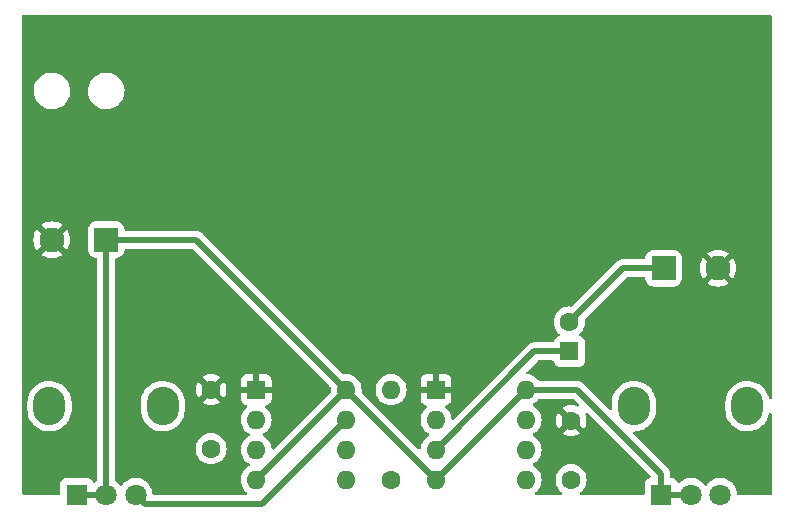
<source format=gbr>
%TF.GenerationSoftware,KiCad,Pcbnew,7.0.10+1*%
%TF.CreationDate,2024-02-10T16:40:48+08:00*%
%TF.ProjectId,ohmify-synthcard,6f686d69-6679-42d7-9379-6e7468636172,v1.1*%
%TF.SameCoordinates,Original*%
%TF.FileFunction,Copper,L1,Top*%
%TF.FilePolarity,Positive*%
%FSLAX46Y46*%
G04 Gerber Fmt 4.6, Leading zero omitted, Abs format (unit mm)*
G04 Created by KiCad (PCBNEW 7.0.10+1) date 2024-02-10 16:40:48*
%MOMM*%
%LPD*%
G01*
G04 APERTURE LIST*
G04 Aperture macros list*
%AMRoundRect*
0 Rectangle with rounded corners*
0 $1 Rounding radius*
0 $2 $3 $4 $5 $6 $7 $8 $9 X,Y pos of 4 corners*
0 Add a 4 corners polygon primitive as box body*
4,1,4,$2,$3,$4,$5,$6,$7,$8,$9,$2,$3,0*
0 Add four circle primitives for the rounded corners*
1,1,$1+$1,$2,$3*
1,1,$1+$1,$4,$5*
1,1,$1+$1,$6,$7*
1,1,$1+$1,$8,$9*
0 Add four rect primitives between the rounded corners*
20,1,$1+$1,$2,$3,$4,$5,0*
20,1,$1+$1,$4,$5,$6,$7,0*
20,1,$1+$1,$6,$7,$8,$9,0*
20,1,$1+$1,$8,$9,$2,$3,0*%
G04 Aperture macros list end*
%TA.AperFunction,ComponentPad*%
%ADD10C,1.600000*%
%TD*%
%TA.AperFunction,ComponentPad*%
%ADD11O,1.600000X1.600000*%
%TD*%
%TA.AperFunction,ComponentPad*%
%ADD12R,1.600000X1.600000*%
%TD*%
%TA.AperFunction,ComponentPad*%
%ADD13O,2.720000X3.240000*%
%TD*%
%TA.AperFunction,ComponentPad*%
%ADD14R,1.800000X1.800000*%
%TD*%
%TA.AperFunction,ComponentPad*%
%ADD15C,1.800000*%
%TD*%
%TA.AperFunction,ComponentPad*%
%ADD16RoundRect,0.250001X-0.799999X-0.799999X0.799999X-0.799999X0.799999X0.799999X-0.799999X0.799999X0*%
%TD*%
%TA.AperFunction,ComponentPad*%
%ADD17C,2.100000*%
%TD*%
%TA.AperFunction,ComponentPad*%
%ADD18RoundRect,0.250001X0.799999X0.799999X-0.799999X0.799999X-0.799999X-0.799999X0.799999X-0.799999X0*%
%TD*%
%TA.AperFunction,Conductor*%
%ADD19C,0.500000*%
%TD*%
G04 APERTURE END LIST*
D10*
%TO.P,R1,1*%
%TO.N,Net-(U1-THR)*%
X135400000Y-120650000D03*
D11*
%TO.P,R1,2*%
%TO.N,Net-(U1-DIS)*%
X135400000Y-113030000D03*
%TD*%
D10*
%TO.P,C2,1*%
%TO.N,Net-(U2-DIS)*%
X150640000Y-120650000D03*
%TO.P,C2,2*%
%TO.N,GND*%
X150640000Y-115650000D03*
%TD*%
D12*
%TO.P,C3,1*%
%TO.N,Net-(U2-Q)*%
X150495000Y-109790113D03*
D10*
%TO.P,C3,2*%
%TO.N,Net-(C3-Pad2)*%
X150495000Y-107290113D03*
%TD*%
%TO.P,C1,1*%
%TO.N,Net-(U1-THR)*%
X120160000Y-118030000D03*
%TO.P,C1,2*%
%TO.N,GND*%
X120160000Y-113030000D03*
%TD*%
D13*
%TO.P,RV1,*%
%TO.N,*%
X106480000Y-114420000D03*
X116080000Y-114420000D03*
D14*
%TO.P,RV1,1,1*%
%TO.N,+9V*%
X108780000Y-121920000D03*
D15*
%TO.P,RV1,2,2*%
X111280000Y-121920000D03*
%TO.P,RV1,3,3*%
%TO.N,Net-(U1-DIS)*%
X113780000Y-121920000D03*
%TD*%
D12*
%TO.P,U1,1,GND*%
%TO.N,GND*%
X123980000Y-113030000D03*
D11*
%TO.P,U1,2,TR*%
%TO.N,Net-(U1-THR)*%
X123980000Y-115570000D03*
%TO.P,U1,3,Q*%
%TO.N,Net-(U1-Q)*%
X123980000Y-118110000D03*
%TO.P,U1,4,R*%
%TO.N,+9V*%
X123980000Y-120650000D03*
%TO.P,U1,5,CV*%
%TO.N,unconnected-(U1-CV-Pad5)*%
X131600000Y-120650000D03*
%TO.P,U1,6,THR*%
%TO.N,Net-(U1-THR)*%
X131600000Y-118110000D03*
%TO.P,U1,7,DIS*%
%TO.N,Net-(U1-DIS)*%
X131600000Y-115570000D03*
%TO.P,U1,8,VCC*%
%TO.N,+9V*%
X131600000Y-113030000D03*
%TD*%
D16*
%TO.P,LS1,1,1*%
%TO.N,Net-(C3-Pad2)*%
X158482000Y-102743000D03*
D17*
%TO.P,LS1,2,2*%
%TO.N,GND*%
X163082000Y-102743000D03*
%TD*%
D18*
%TO.P,BT1,1,+*%
%TO.N,+9V*%
X111280000Y-100330000D03*
D17*
%TO.P,BT1,2,-*%
%TO.N,GND*%
X106680000Y-100330000D03*
%TD*%
D12*
%TO.P,U2,1,GND*%
%TO.N,GND*%
X139210000Y-113030000D03*
D11*
%TO.P,U2,2,TR*%
%TO.N,Net-(U1-Q)*%
X139210000Y-115570000D03*
%TO.P,U2,3,Q*%
%TO.N,Net-(U2-Q)*%
X139210000Y-118110000D03*
%TO.P,U2,4,R*%
%TO.N,+9V*%
X139210000Y-120650000D03*
%TO.P,U2,5,CV*%
%TO.N,unconnected-(U2-CV-Pad5)*%
X146830000Y-120650000D03*
%TO.P,U2,6,THR*%
%TO.N,Net-(U2-DIS)*%
X146830000Y-118110000D03*
%TO.P,U2,7,DIS*%
X146830000Y-115570000D03*
%TO.P,U2,8,VCC*%
%TO.N,+9V*%
X146830000Y-113030000D03*
%TD*%
D13*
%TO.P,RV2,*%
%TO.N,*%
X155970000Y-114420000D03*
X165570000Y-114420000D03*
D14*
%TO.P,RV2,1,1*%
%TO.N,+9V*%
X158270000Y-121920000D03*
D15*
%TO.P,RV2,2,2*%
X160770000Y-121920000D03*
%TO.P,RV2,3,3*%
%TO.N,Net-(U2-DIS)*%
X163270000Y-121920000D03*
%TD*%
D19*
%TO.N,+9V*%
X139210000Y-120640000D02*
X139210000Y-120650000D01*
X111280000Y-121920000D02*
X108780000Y-121920000D01*
X146830000Y-113030000D02*
X139210000Y-120650000D01*
X131600000Y-113030000D02*
X139210000Y-120640000D01*
X131600000Y-113030000D02*
X123980000Y-120650000D01*
X118900000Y-100330000D02*
X111280000Y-100330000D01*
X158270000Y-121920000D02*
X160770000Y-121920000D01*
X111280000Y-100330000D02*
X111280000Y-121920000D01*
X131600000Y-113030000D02*
X118900000Y-100330000D01*
X151130000Y-113030000D02*
X158270000Y-120170000D01*
X158270000Y-120170000D02*
X158270000Y-121920000D01*
X146830000Y-113030000D02*
X151130000Y-113030000D01*
%TO.N,Net-(U2-Q)*%
X147529887Y-109790113D02*
X139210000Y-118110000D01*
X150495000Y-109790113D02*
X147529887Y-109790113D01*
%TO.N,Net-(C3-Pad2)*%
X158482000Y-102743000D02*
X155042113Y-102743000D01*
X155042113Y-102743000D02*
X150495000Y-107290113D01*
%TO.N,Net-(U1-DIS)*%
X131600000Y-115570000D02*
X124488000Y-122682000D01*
X124488000Y-122682000D02*
X114542000Y-122682000D01*
X114542000Y-122682000D02*
X113780000Y-121920000D01*
%TD*%
%TA.AperFunction,Conductor*%
%TO.N,GND*%
G36*
X167583039Y-81299685D02*
G01*
X167628794Y-81352489D01*
X167640000Y-81404000D01*
X167640000Y-113732016D01*
X167620315Y-113799055D01*
X167567511Y-113844810D01*
X167498353Y-113854754D01*
X167434797Y-113825729D01*
X167397023Y-113766951D01*
X167394967Y-113758977D01*
X167364065Y-113620253D01*
X167364063Y-113620249D01*
X167364063Y-113620247D01*
X167266355Y-113364781D01*
X167132493Y-113126264D01*
X167072125Y-113048085D01*
X166965330Y-112909781D01*
X166965321Y-112909771D01*
X166768429Y-112719944D01*
X166768427Y-112719942D01*
X166707633Y-112676447D01*
X166545981Y-112560795D01*
X166503829Y-112539123D01*
X166302749Y-112435739D01*
X166302727Y-112435730D01*
X166043883Y-112347424D01*
X166043870Y-112347421D01*
X166038364Y-112346404D01*
X165774903Y-112297740D01*
X165501577Y-112287751D01*
X165229703Y-112317666D01*
X164965084Y-112386846D01*
X164713364Y-112493814D01*
X164479892Y-112636300D01*
X164479882Y-112636307D01*
X164269654Y-112811260D01*
X164269648Y-112811266D01*
X164087133Y-113014966D01*
X163936217Y-113243077D01*
X163820121Y-113490732D01*
X163820119Y-113490739D01*
X163741326Y-113752633D01*
X163741323Y-113752647D01*
X163723419Y-113874304D01*
X163701500Y-114023243D01*
X163701500Y-114023247D01*
X163701500Y-114748306D01*
X163716467Y-114952782D01*
X163716469Y-114952795D01*
X163775934Y-115219746D01*
X163775937Y-115219753D01*
X163873645Y-115475219D01*
X163996126Y-115693458D01*
X164007506Y-115713734D01*
X164007509Y-115713739D01*
X164174669Y-115930218D01*
X164174678Y-115930228D01*
X164283521Y-116035165D01*
X164371574Y-116120059D01*
X164594019Y-116279205D01*
X164668617Y-116317558D01*
X164837250Y-116404260D01*
X164837261Y-116404264D01*
X164837266Y-116404267D01*
X164837272Y-116404269D01*
X165096116Y-116492575D01*
X165096122Y-116492576D01*
X165096130Y-116492579D01*
X165365093Y-116542259D01*
X165529091Y-116548252D01*
X165638422Y-116552248D01*
X165638422Y-116552247D01*
X165638424Y-116552248D01*
X165910296Y-116522334D01*
X166174916Y-116453153D01*
X166289971Y-116404260D01*
X166426635Y-116346185D01*
X166426638Y-116346183D01*
X166426643Y-116346181D01*
X166660112Y-116203697D01*
X166870347Y-116028738D01*
X167052867Y-115825033D01*
X167203783Y-115596923D01*
X167319877Y-115349271D01*
X167327974Y-115322359D01*
X167397258Y-115092070D01*
X167435421Y-115033544D01*
X167499169Y-115004942D01*
X167568259Y-115015344D01*
X167620758Y-115061449D01*
X167640000Y-115127794D01*
X167640000Y-121796000D01*
X167620315Y-121863039D01*
X167567511Y-121908794D01*
X167516000Y-121920000D01*
X164797477Y-121920000D01*
X164730438Y-121900315D01*
X164684683Y-121847511D01*
X164673901Y-121806240D01*
X164666323Y-121714797D01*
X164664051Y-121687374D01*
X164606749Y-121461093D01*
X164512984Y-121247331D01*
X164432706Y-121124456D01*
X164385313Y-121051915D01*
X164227223Y-120880185D01*
X164227222Y-120880184D01*
X164227220Y-120880182D01*
X164043017Y-120736810D01*
X164043015Y-120736809D01*
X164043014Y-120736808D01*
X164043011Y-120736806D01*
X163837733Y-120625716D01*
X163837730Y-120625715D01*
X163837727Y-120625713D01*
X163837721Y-120625711D01*
X163837719Y-120625710D01*
X163616954Y-120549920D01*
X163415051Y-120516229D01*
X163386712Y-120511500D01*
X163153288Y-120511500D01*
X163124949Y-120516229D01*
X162923045Y-120549920D01*
X162702280Y-120625710D01*
X162702266Y-120625716D01*
X162496988Y-120736806D01*
X162496985Y-120736808D01*
X162312781Y-120880181D01*
X162312776Y-120880185D01*
X162154688Y-121051913D01*
X162123809Y-121099178D01*
X162070662Y-121144534D01*
X162001431Y-121153958D01*
X161938095Y-121124456D01*
X161916191Y-121099178D01*
X161885311Y-121051913D01*
X161727223Y-120880185D01*
X161727222Y-120880184D01*
X161727220Y-120880182D01*
X161543017Y-120736810D01*
X161543015Y-120736809D01*
X161543014Y-120736808D01*
X161543011Y-120736806D01*
X161337733Y-120625716D01*
X161337730Y-120625715D01*
X161337727Y-120625713D01*
X161337721Y-120625711D01*
X161337719Y-120625710D01*
X161116954Y-120549920D01*
X160915051Y-120516229D01*
X160886712Y-120511500D01*
X160653288Y-120511500D01*
X160624949Y-120516229D01*
X160423045Y-120549920D01*
X160202280Y-120625710D01*
X160202266Y-120625716D01*
X159996988Y-120736806D01*
X159996986Y-120736807D01*
X159828123Y-120868239D01*
X159763129Y-120893881D01*
X159694589Y-120880314D01*
X159644264Y-120831846D01*
X159635780Y-120813719D01*
X159620889Y-120773796D01*
X159612616Y-120762745D01*
X159533261Y-120656739D01*
X159416204Y-120569111D01*
X159279203Y-120518011D01*
X159218654Y-120511500D01*
X159218638Y-120511500D01*
X159152500Y-120511500D01*
X159085461Y-120491815D01*
X159039706Y-120439011D01*
X159028500Y-120387500D01*
X159028500Y-120234294D01*
X159029809Y-120216324D01*
X159030229Y-120213449D01*
X159033341Y-120192211D01*
X159028971Y-120142272D01*
X159028500Y-120131466D01*
X159028500Y-120125824D01*
X159028499Y-120125815D01*
X159024862Y-120094700D01*
X159024495Y-120091108D01*
X159017887Y-120015576D01*
X159016427Y-120008503D01*
X159016473Y-120008493D01*
X159014790Y-120000902D01*
X159014744Y-120000914D01*
X159013079Y-119993893D01*
X159013079Y-119993887D01*
X158987120Y-119922566D01*
X158985981Y-119919290D01*
X158962114Y-119847262D01*
X158962111Y-119847257D01*
X158959061Y-119840715D01*
X158959105Y-119840694D01*
X158955717Y-119833695D01*
X158955674Y-119833717D01*
X158952437Y-119827271D01*
X158938246Y-119805695D01*
X158910717Y-119763840D01*
X158908834Y-119760883D01*
X158869030Y-119696349D01*
X158864553Y-119690687D01*
X158864590Y-119690656D01*
X158859681Y-119684629D01*
X158859645Y-119684660D01*
X158855002Y-119679127D01*
X158799825Y-119627070D01*
X158797238Y-119624557D01*
X155936160Y-116763479D01*
X155902675Y-116702156D01*
X155907659Y-116632464D01*
X155949531Y-116576531D01*
X156014995Y-116552114D01*
X156028370Y-116551881D01*
X156038422Y-116552248D01*
X156038422Y-116552247D01*
X156038424Y-116552248D01*
X156310296Y-116522334D01*
X156574916Y-116453153D01*
X156689971Y-116404260D01*
X156826635Y-116346185D01*
X156826638Y-116346183D01*
X156826643Y-116346181D01*
X157060112Y-116203697D01*
X157270347Y-116028738D01*
X157452867Y-115825033D01*
X157603783Y-115596923D01*
X157719877Y-115349271D01*
X157788629Y-115120750D01*
X157798673Y-115087366D01*
X157798673Y-115087362D01*
X157798676Y-115087355D01*
X157838500Y-114816757D01*
X157838500Y-114091712D01*
X157823533Y-113887217D01*
X157796743Y-113766951D01*
X157764065Y-113620253D01*
X157764063Y-113620249D01*
X157764063Y-113620247D01*
X157666355Y-113364781D01*
X157532493Y-113126264D01*
X157472125Y-113048085D01*
X157365330Y-112909781D01*
X157365321Y-112909771D01*
X157168429Y-112719944D01*
X157168427Y-112719942D01*
X157107633Y-112676447D01*
X156945981Y-112560795D01*
X156903829Y-112539123D01*
X156702749Y-112435739D01*
X156702727Y-112435730D01*
X156443883Y-112347424D01*
X156443870Y-112347421D01*
X156438364Y-112346404D01*
X156174903Y-112297740D01*
X155901577Y-112287751D01*
X155629703Y-112317666D01*
X155365084Y-112386846D01*
X155113364Y-112493814D01*
X154879892Y-112636300D01*
X154879882Y-112636307D01*
X154669654Y-112811260D01*
X154669648Y-112811266D01*
X154487133Y-113014966D01*
X154336217Y-113243077D01*
X154220121Y-113490732D01*
X154220119Y-113490739D01*
X154141326Y-113752633D01*
X154141323Y-113752647D01*
X154123419Y-113874304D01*
X154101500Y-114023243D01*
X154101500Y-114023247D01*
X154101500Y-114629457D01*
X154081815Y-114696496D01*
X154029011Y-114742251D01*
X153959853Y-114752195D01*
X153896297Y-114723170D01*
X153889819Y-114717138D01*
X151711804Y-112539123D01*
X151700022Y-112525490D01*
X151685472Y-112505946D01*
X151685471Y-112505945D01*
X151685469Y-112505942D01*
X151684380Y-112505028D01*
X151647059Y-112473711D01*
X151639085Y-112466404D01*
X151635102Y-112462421D01*
X151635096Y-112462416D01*
X151610512Y-112442976D01*
X151607719Y-112440701D01*
X151549642Y-112391970D01*
X151549640Y-112391968D01*
X151549635Y-112391965D01*
X151543605Y-112387999D01*
X151543630Y-112387959D01*
X151537069Y-112383779D01*
X151537045Y-112383820D01*
X151530907Y-112380034D01*
X151530906Y-112380033D01*
X151530903Y-112380032D01*
X151530899Y-112380029D01*
X151462160Y-112347974D01*
X151458916Y-112346404D01*
X151391185Y-112312389D01*
X151384401Y-112309920D01*
X151384416Y-112309876D01*
X151377071Y-112307322D01*
X151377057Y-112307367D01*
X151370205Y-112305096D01*
X151295926Y-112289758D01*
X151292408Y-112288978D01*
X151218653Y-112271499D01*
X151211482Y-112270661D01*
X151211487Y-112270612D01*
X151203757Y-112269822D01*
X151203753Y-112269870D01*
X151196562Y-112269240D01*
X151120707Y-112271448D01*
X151117101Y-112271500D01*
X147960826Y-112271500D01*
X147893787Y-112251815D01*
X147859252Y-112218625D01*
X147836198Y-112185700D01*
X147674300Y-112023802D01*
X147486749Y-111892477D01*
X147486745Y-111892475D01*
X147279249Y-111795718D01*
X147279238Y-111795714D01*
X147058089Y-111736457D01*
X147058082Y-111736456D01*
X146953458Y-111727303D01*
X146888390Y-111701850D01*
X146847411Y-111645259D01*
X146843533Y-111575497D01*
X146876583Y-111516096D01*
X147807749Y-110584932D01*
X147869072Y-110551447D01*
X147895430Y-110548613D01*
X149065426Y-110548613D01*
X149132465Y-110568298D01*
X149178220Y-110621102D01*
X149188715Y-110659358D01*
X149193010Y-110699314D01*
X149193011Y-110699317D01*
X149244111Y-110836317D01*
X149331739Y-110953374D01*
X149448796Y-111041002D01*
X149585799Y-111092102D01*
X149613050Y-111095031D01*
X149646345Y-111098612D01*
X149646362Y-111098613D01*
X151343638Y-111098613D01*
X151343654Y-111098612D01*
X151370692Y-111095704D01*
X151404201Y-111092102D01*
X151541204Y-111041002D01*
X151658261Y-110953374D01*
X151745889Y-110836317D01*
X151796989Y-110699314D01*
X151801285Y-110659358D01*
X151803499Y-110638767D01*
X151803500Y-110638750D01*
X151803500Y-108941475D01*
X151803499Y-108941458D01*
X151800157Y-108910383D01*
X151796989Y-108880912D01*
X151745889Y-108743909D01*
X151658261Y-108626852D01*
X151541204Y-108539224D01*
X151398006Y-108485812D01*
X151342073Y-108443940D01*
X151317657Y-108378475D01*
X151332510Y-108310203D01*
X151353654Y-108281956D01*
X151501198Y-108134413D01*
X151632523Y-107946862D01*
X151729284Y-107739356D01*
X151788543Y-107518200D01*
X151808498Y-107290113D01*
X151794163Y-107126269D01*
X151807929Y-107057771D01*
X151830007Y-107027785D01*
X155319975Y-103537819D01*
X155381298Y-103504334D01*
X155407656Y-103501500D01*
X156802119Y-103501500D01*
X156869158Y-103521185D01*
X156914913Y-103573989D01*
X156925477Y-103612897D01*
X156934113Y-103697428D01*
X156989883Y-103865735D01*
X156989884Y-103865738D01*
X157082967Y-104016647D01*
X157082970Y-104016651D01*
X157208348Y-104142029D01*
X157208352Y-104142032D01*
X157359261Y-104235115D01*
X157359264Y-104235116D01*
X157527571Y-104290886D01*
X157527572Y-104290886D01*
X157527575Y-104290887D01*
X157631456Y-104301500D01*
X157631461Y-104301500D01*
X159332539Y-104301500D01*
X159332544Y-104301500D01*
X159436425Y-104290887D01*
X159604738Y-104235115D01*
X159755651Y-104142030D01*
X159881030Y-104016651D01*
X159974115Y-103865738D01*
X160029887Y-103697425D01*
X160040500Y-103593544D01*
X160040500Y-102743000D01*
X161527207Y-102743000D01*
X161546348Y-102986219D01*
X161603303Y-103223457D01*
X161696668Y-103448861D01*
X161820504Y-103650941D01*
X162556070Y-102915375D01*
X162558884Y-102928915D01*
X162628442Y-103063156D01*
X162731638Y-103173652D01*
X162860819Y-103252209D01*
X162912002Y-103266549D01*
X162174057Y-104004494D01*
X162376138Y-104128331D01*
X162601542Y-104221696D01*
X162838780Y-104278651D01*
X162838779Y-104278651D01*
X163082000Y-104297792D01*
X163325219Y-104278651D01*
X163562457Y-104221696D01*
X163787861Y-104128331D01*
X163989941Y-104004495D01*
X163989941Y-104004494D01*
X163253568Y-103268121D01*
X163370458Y-103217349D01*
X163487739Y-103121934D01*
X163574928Y-102998415D01*
X163605354Y-102912801D01*
X164343494Y-103650941D01*
X164343495Y-103650941D01*
X164467331Y-103448861D01*
X164560696Y-103223457D01*
X164617651Y-102986219D01*
X164636792Y-102743000D01*
X164617651Y-102499780D01*
X164560696Y-102262542D01*
X164467331Y-102037138D01*
X164343494Y-101835057D01*
X163607929Y-102570622D01*
X163605116Y-102557085D01*
X163535558Y-102422844D01*
X163432362Y-102312348D01*
X163303181Y-102233791D01*
X163251996Y-102219449D01*
X163989941Y-101481504D01*
X163787861Y-101357668D01*
X163562457Y-101264303D01*
X163325219Y-101207348D01*
X163325220Y-101207348D01*
X163082000Y-101188207D01*
X162838780Y-101207348D01*
X162601542Y-101264303D01*
X162376138Y-101357668D01*
X162174057Y-101481504D01*
X162910432Y-102217878D01*
X162793542Y-102268651D01*
X162676261Y-102364066D01*
X162589072Y-102487585D01*
X162558645Y-102573198D01*
X161820504Y-101835057D01*
X161696668Y-102037138D01*
X161603303Y-102262542D01*
X161546348Y-102499780D01*
X161527207Y-102743000D01*
X160040500Y-102743000D01*
X160040500Y-101892456D01*
X160029887Y-101788575D01*
X160010157Y-101729032D01*
X159974116Y-101620264D01*
X159974115Y-101620261D01*
X159881032Y-101469352D01*
X159881029Y-101469348D01*
X159755651Y-101343970D01*
X159755647Y-101343967D01*
X159604738Y-101250884D01*
X159604735Y-101250883D01*
X159436428Y-101195113D01*
X159332551Y-101184500D01*
X159332544Y-101184500D01*
X157631456Y-101184500D01*
X157631448Y-101184500D01*
X157527571Y-101195113D01*
X157359264Y-101250883D01*
X157359261Y-101250884D01*
X157208352Y-101343967D01*
X157208348Y-101343970D01*
X157082970Y-101469348D01*
X157082967Y-101469352D01*
X156989884Y-101620261D01*
X156989883Y-101620264D01*
X156934113Y-101788571D01*
X156925477Y-101873103D01*
X156899080Y-101937795D01*
X156841899Y-101977946D01*
X156802119Y-101984500D01*
X155106407Y-101984500D01*
X155088437Y-101983191D01*
X155064319Y-101979658D01*
X155017524Y-101983753D01*
X155014385Y-101984028D01*
X155003579Y-101984500D01*
X154997929Y-101984500D01*
X154966793Y-101988139D01*
X154963210Y-101988505D01*
X154887687Y-101995112D01*
X154880619Y-101996572D01*
X154880609Y-101996528D01*
X154873019Y-101998210D01*
X154873030Y-101998254D01*
X154865999Y-101999920D01*
X154794765Y-102025847D01*
X154791362Y-102027030D01*
X154719375Y-102050885D01*
X154712833Y-102053936D01*
X154712813Y-102053894D01*
X154705809Y-102057285D01*
X154705830Y-102057326D01*
X154699377Y-102060566D01*
X154636013Y-102102241D01*
X154632974Y-102104178D01*
X154568459Y-102143972D01*
X154562796Y-102148450D01*
X154562766Y-102148413D01*
X154556740Y-102153322D01*
X154556770Y-102153357D01*
X154551239Y-102157997D01*
X154499165Y-102213191D01*
X154496654Y-102215776D01*
X150757329Y-105955101D01*
X150696006Y-105988586D01*
X150658841Y-105990948D01*
X150495002Y-105976615D01*
X150494998Y-105976615D01*
X150266918Y-105996569D01*
X150266910Y-105996570D01*
X150045761Y-106055827D01*
X150045750Y-106055831D01*
X149838254Y-106152588D01*
X149838252Y-106152589D01*
X149838251Y-106152590D01*
X149650700Y-106283915D01*
X149650698Y-106283916D01*
X149650695Y-106283919D01*
X149488806Y-106445808D01*
X149357476Y-106633365D01*
X149357475Y-106633367D01*
X149260718Y-106840863D01*
X149260714Y-106840874D01*
X149201457Y-107062023D01*
X149201456Y-107062031D01*
X149181502Y-107290111D01*
X149181502Y-107290114D01*
X149201456Y-107518194D01*
X149201457Y-107518202D01*
X149260714Y-107739351D01*
X149260718Y-107739362D01*
X149357475Y-107946858D01*
X149357477Y-107946862D01*
X149488802Y-108134413D01*
X149488806Y-108134417D01*
X149636339Y-108281950D01*
X149669824Y-108343273D01*
X149664840Y-108412965D01*
X149622968Y-108468898D01*
X149591993Y-108485812D01*
X149448795Y-108539224D01*
X149331739Y-108626852D01*
X149244111Y-108743908D01*
X149193011Y-108880908D01*
X149193010Y-108880911D01*
X149188715Y-108920868D01*
X149161977Y-108985419D01*
X149104585Y-109025268D01*
X149065426Y-109031613D01*
X147594181Y-109031613D01*
X147576211Y-109030304D01*
X147552093Y-109026771D01*
X147505298Y-109030866D01*
X147502159Y-109031141D01*
X147491353Y-109031613D01*
X147485703Y-109031613D01*
X147454567Y-109035252D01*
X147450984Y-109035618D01*
X147375461Y-109042225D01*
X147368393Y-109043685D01*
X147368383Y-109043641D01*
X147360793Y-109045323D01*
X147360804Y-109045367D01*
X147353773Y-109047033D01*
X147282539Y-109072960D01*
X147279136Y-109074143D01*
X147207149Y-109097998D01*
X147200607Y-109101049D01*
X147200587Y-109101007D01*
X147193583Y-109104398D01*
X147193604Y-109104439D01*
X147187151Y-109107679D01*
X147123787Y-109149354D01*
X147120748Y-109151291D01*
X147056233Y-109191085D01*
X147050570Y-109195563D01*
X147050540Y-109195526D01*
X147044514Y-109200435D01*
X147044544Y-109200470D01*
X147039013Y-109205110D01*
X146986939Y-109260304D01*
X146984428Y-109262889D01*
X140723905Y-115523412D01*
X140662582Y-115556897D01*
X140592890Y-115551913D01*
X140536957Y-115510041D01*
X140512696Y-115446538D01*
X140509670Y-115411955D01*
X140503543Y-115341913D01*
X140444284Y-115120757D01*
X140428708Y-115087355D01*
X140381430Y-114985965D01*
X140347523Y-114913251D01*
X140216198Y-114725700D01*
X140054300Y-114563802D01*
X140035998Y-114550986D01*
X139992375Y-114496410D01*
X139985183Y-114426912D01*
X140016706Y-114364558D01*
X140076937Y-114329145D01*
X140093871Y-114326124D01*
X140117379Y-114323596D01*
X140252086Y-114273354D01*
X140252093Y-114273350D01*
X140367187Y-114187190D01*
X140367190Y-114187187D01*
X140453350Y-114072093D01*
X140453354Y-114072086D01*
X140503596Y-113937379D01*
X140503598Y-113937372D01*
X140509999Y-113877844D01*
X140510000Y-113877827D01*
X140510000Y-113280000D01*
X139525686Y-113280000D01*
X139537641Y-113268045D01*
X139595165Y-113155148D01*
X139614986Y-113030000D01*
X139595165Y-112904852D01*
X139537641Y-112791955D01*
X139525686Y-112780000D01*
X140510000Y-112780000D01*
X140510000Y-112182172D01*
X140509999Y-112182155D01*
X140503598Y-112122627D01*
X140503596Y-112122620D01*
X140453354Y-111987913D01*
X140453350Y-111987906D01*
X140367190Y-111872812D01*
X140367187Y-111872809D01*
X140252093Y-111786649D01*
X140252086Y-111786645D01*
X140117379Y-111736403D01*
X140117372Y-111736401D01*
X140057844Y-111730000D01*
X139460000Y-111730000D01*
X139460000Y-112714314D01*
X139448045Y-112702359D01*
X139335148Y-112644835D01*
X139241481Y-112630000D01*
X139178519Y-112630000D01*
X139084852Y-112644835D01*
X138971955Y-112702359D01*
X138960000Y-112714314D01*
X138960000Y-111730000D01*
X138362155Y-111730000D01*
X138302627Y-111736401D01*
X138302620Y-111736403D01*
X138167913Y-111786645D01*
X138167906Y-111786649D01*
X138052812Y-111872809D01*
X138052809Y-111872812D01*
X137966649Y-111987906D01*
X137966645Y-111987913D01*
X137916403Y-112122620D01*
X137916401Y-112122627D01*
X137910000Y-112182155D01*
X137910000Y-112780000D01*
X138894314Y-112780000D01*
X138882359Y-112791955D01*
X138824835Y-112904852D01*
X138805014Y-113030000D01*
X138824835Y-113155148D01*
X138882359Y-113268045D01*
X138894314Y-113280000D01*
X137910000Y-113280000D01*
X137910000Y-113877844D01*
X137916401Y-113937372D01*
X137916403Y-113937379D01*
X137966645Y-114072086D01*
X137966649Y-114072093D01*
X138052809Y-114187187D01*
X138052812Y-114187190D01*
X138167906Y-114273350D01*
X138167913Y-114273354D01*
X138302620Y-114323596D01*
X138302619Y-114323596D01*
X138326129Y-114326124D01*
X138390680Y-114352862D01*
X138430529Y-114410254D01*
X138433023Y-114480079D01*
X138397372Y-114540168D01*
X138384002Y-114550986D01*
X138365699Y-114563802D01*
X138203806Y-114725695D01*
X138072476Y-114913252D01*
X138072475Y-114913254D01*
X137975718Y-115120750D01*
X137975714Y-115120761D01*
X137916457Y-115341910D01*
X137916456Y-115341918D01*
X137896502Y-115569998D01*
X137896502Y-115570001D01*
X137916456Y-115798081D01*
X137916457Y-115798089D01*
X137975714Y-116019238D01*
X137975718Y-116019249D01*
X138072475Y-116226745D01*
X138072477Y-116226749D01*
X138203802Y-116414300D01*
X138365700Y-116576198D01*
X138545586Y-116702156D01*
X138553251Y-116707523D01*
X138596345Y-116727618D01*
X138648784Y-116773791D01*
X138667936Y-116840984D01*
X138647720Y-116907865D01*
X138596345Y-116952382D01*
X138553251Y-116972476D01*
X138428126Y-117060090D01*
X138365700Y-117103802D01*
X138365698Y-117103803D01*
X138365695Y-117103806D01*
X138203806Y-117265695D01*
X138072476Y-117453252D01*
X138072475Y-117453254D01*
X137975718Y-117660750D01*
X137975714Y-117660761D01*
X137916457Y-117881910D01*
X137916456Y-117881916D01*
X137908107Y-117977345D01*
X137882654Y-118042413D01*
X137826063Y-118083391D01*
X137756301Y-118087268D01*
X137696898Y-118054217D01*
X132935010Y-113292329D01*
X132901525Y-113231006D01*
X132899163Y-113193844D01*
X132913498Y-113030001D01*
X134086502Y-113030001D01*
X134106456Y-113258081D01*
X134106457Y-113258089D01*
X134165714Y-113479238D01*
X134165718Y-113479249D01*
X134260485Y-113682478D01*
X134262477Y-113686749D01*
X134393802Y-113874300D01*
X134555700Y-114036198D01*
X134743251Y-114167523D01*
X134868091Y-114225736D01*
X134950750Y-114264281D01*
X134950752Y-114264281D01*
X134950757Y-114264284D01*
X135171913Y-114323543D01*
X135334832Y-114337796D01*
X135399998Y-114343498D01*
X135400000Y-114343498D01*
X135400002Y-114343498D01*
X135457021Y-114338509D01*
X135628087Y-114323543D01*
X135849243Y-114264284D01*
X136056749Y-114167523D01*
X136244300Y-114036198D01*
X136406198Y-113874300D01*
X136537523Y-113686749D01*
X136634284Y-113479243D01*
X136693543Y-113258087D01*
X136713498Y-113030000D01*
X136693543Y-112801913D01*
X136634284Y-112580757D01*
X136537523Y-112373251D01*
X136406198Y-112185700D01*
X136244300Y-112023802D01*
X136056749Y-111892477D01*
X136056745Y-111892475D01*
X135849249Y-111795718D01*
X135849238Y-111795714D01*
X135628089Y-111736457D01*
X135628081Y-111736456D01*
X135400002Y-111716502D01*
X135399998Y-111716502D01*
X135171918Y-111736456D01*
X135171910Y-111736457D01*
X134950761Y-111795714D01*
X134950750Y-111795718D01*
X134743254Y-111892475D01*
X134743252Y-111892476D01*
X134672856Y-111941767D01*
X134555700Y-112023802D01*
X134555698Y-112023803D01*
X134555695Y-112023806D01*
X134393806Y-112185695D01*
X134393803Y-112185698D01*
X134393802Y-112185700D01*
X134333725Y-112271499D01*
X134262476Y-112373252D01*
X134262475Y-112373254D01*
X134165718Y-112580750D01*
X134165714Y-112580761D01*
X134106457Y-112801910D01*
X134106456Y-112801918D01*
X134086502Y-113029998D01*
X134086502Y-113030001D01*
X132913498Y-113030001D01*
X132913498Y-113030000D01*
X132893543Y-112801913D01*
X132834284Y-112580757D01*
X132737523Y-112373251D01*
X132606198Y-112185700D01*
X132444300Y-112023802D01*
X132256749Y-111892477D01*
X132256745Y-111892475D01*
X132049249Y-111795718D01*
X132049238Y-111795714D01*
X131828089Y-111736457D01*
X131828081Y-111736456D01*
X131600002Y-111716502D01*
X131599997Y-111716502D01*
X131436156Y-111730835D01*
X131367657Y-111717068D01*
X131337669Y-111694988D01*
X119481804Y-99839123D01*
X119470022Y-99825490D01*
X119455472Y-99805946D01*
X119455471Y-99805945D01*
X119455469Y-99805942D01*
X119442925Y-99795416D01*
X119417059Y-99773711D01*
X119409085Y-99766404D01*
X119405102Y-99762421D01*
X119405096Y-99762416D01*
X119380512Y-99742976D01*
X119377719Y-99740701D01*
X119319642Y-99691970D01*
X119319640Y-99691968D01*
X119319635Y-99691965D01*
X119313605Y-99687999D01*
X119313630Y-99687959D01*
X119307069Y-99683779D01*
X119307045Y-99683820D01*
X119300907Y-99680034D01*
X119300906Y-99680033D01*
X119300903Y-99680032D01*
X119300899Y-99680029D01*
X119232160Y-99647974D01*
X119228916Y-99646404D01*
X119161185Y-99612389D01*
X119154401Y-99609920D01*
X119154416Y-99609876D01*
X119147071Y-99607322D01*
X119147057Y-99607367D01*
X119140205Y-99605096D01*
X119065926Y-99589758D01*
X119062408Y-99588978D01*
X118988653Y-99571499D01*
X118981482Y-99570661D01*
X118981487Y-99570612D01*
X118973757Y-99569822D01*
X118973753Y-99569870D01*
X118966562Y-99569240D01*
X118890707Y-99571448D01*
X118887101Y-99571500D01*
X112959881Y-99571500D01*
X112892842Y-99551815D01*
X112847087Y-99499011D01*
X112836523Y-99460103D01*
X112832636Y-99422057D01*
X112827887Y-99375575D01*
X112772115Y-99207262D01*
X112772115Y-99207261D01*
X112679032Y-99056352D01*
X112679029Y-99056348D01*
X112553651Y-98930970D01*
X112553647Y-98930967D01*
X112402738Y-98837884D01*
X112402735Y-98837883D01*
X112234428Y-98782113D01*
X112130551Y-98771500D01*
X112130544Y-98771500D01*
X110429456Y-98771500D01*
X110429448Y-98771500D01*
X110325571Y-98782113D01*
X110157264Y-98837883D01*
X110157261Y-98837884D01*
X110006352Y-98930967D01*
X110006348Y-98930970D01*
X109880970Y-99056348D01*
X109880967Y-99056352D01*
X109787884Y-99207261D01*
X109787883Y-99207264D01*
X109732113Y-99375571D01*
X109721500Y-99479448D01*
X109721500Y-101180551D01*
X109732113Y-101284428D01*
X109787883Y-101452735D01*
X109787884Y-101452738D01*
X109880967Y-101603647D01*
X109880970Y-101603651D01*
X110006348Y-101729029D01*
X110006352Y-101729032D01*
X110157261Y-101822115D01*
X110157264Y-101822116D01*
X110196319Y-101835057D01*
X110325575Y-101877887D01*
X110410104Y-101886522D01*
X110474794Y-101912918D01*
X110514945Y-101970098D01*
X110521500Y-102009880D01*
X110521500Y-120664891D01*
X110501815Y-120731930D01*
X110473662Y-120762745D01*
X110338123Y-120868239D01*
X110273129Y-120893881D01*
X110204589Y-120880314D01*
X110154264Y-120831846D01*
X110145780Y-120813719D01*
X110130889Y-120773796D01*
X110122616Y-120762745D01*
X110043261Y-120656739D01*
X109926204Y-120569111D01*
X109789203Y-120518011D01*
X109728654Y-120511500D01*
X109728638Y-120511500D01*
X107831362Y-120511500D01*
X107831345Y-120511500D01*
X107770797Y-120518011D01*
X107770795Y-120518011D01*
X107633795Y-120569111D01*
X107516739Y-120656739D01*
X107429111Y-120773795D01*
X107378011Y-120910795D01*
X107378011Y-120910797D01*
X107371500Y-120971345D01*
X107371500Y-121796000D01*
X107351815Y-121863039D01*
X107299011Y-121908794D01*
X107247500Y-121920000D01*
X104264000Y-121920000D01*
X104196961Y-121900315D01*
X104151206Y-121847511D01*
X104140000Y-121796000D01*
X104140000Y-114748306D01*
X104611500Y-114748306D01*
X104626467Y-114952782D01*
X104626469Y-114952795D01*
X104685934Y-115219746D01*
X104685937Y-115219753D01*
X104783645Y-115475219D01*
X104906126Y-115693458D01*
X104917506Y-115713734D01*
X104917509Y-115713739D01*
X105084669Y-115930218D01*
X105084678Y-115930228D01*
X105193521Y-116035165D01*
X105281574Y-116120059D01*
X105504019Y-116279205D01*
X105578617Y-116317558D01*
X105747250Y-116404260D01*
X105747261Y-116404264D01*
X105747266Y-116404267D01*
X105747272Y-116404269D01*
X106006116Y-116492575D01*
X106006122Y-116492576D01*
X106006130Y-116492579D01*
X106275093Y-116542259D01*
X106439091Y-116548252D01*
X106548422Y-116552248D01*
X106548422Y-116552247D01*
X106548424Y-116552248D01*
X106820296Y-116522334D01*
X107084916Y-116453153D01*
X107199971Y-116404260D01*
X107336635Y-116346185D01*
X107336638Y-116346183D01*
X107336643Y-116346181D01*
X107570112Y-116203697D01*
X107780347Y-116028738D01*
X107962867Y-115825033D01*
X108113783Y-115596923D01*
X108229877Y-115349271D01*
X108298629Y-115120750D01*
X108308673Y-115087366D01*
X108308673Y-115087362D01*
X108308676Y-115087355D01*
X108348500Y-114816757D01*
X108348500Y-114091712D01*
X108333533Y-113887217D01*
X108306743Y-113766951D01*
X108274065Y-113620253D01*
X108274063Y-113620249D01*
X108274063Y-113620247D01*
X108176355Y-113364781D01*
X108042493Y-113126264D01*
X107982125Y-113048085D01*
X107875330Y-112909781D01*
X107875321Y-112909771D01*
X107678429Y-112719944D01*
X107678427Y-112719942D01*
X107617633Y-112676447D01*
X107455981Y-112560795D01*
X107413829Y-112539123D01*
X107212749Y-112435739D01*
X107212727Y-112435730D01*
X106953883Y-112347424D01*
X106953870Y-112347421D01*
X106948364Y-112346404D01*
X106684903Y-112297740D01*
X106411577Y-112287751D01*
X106139703Y-112317666D01*
X105875084Y-112386846D01*
X105623364Y-112493814D01*
X105389892Y-112636300D01*
X105389882Y-112636307D01*
X105179654Y-112811260D01*
X105179648Y-112811266D01*
X104997133Y-113014966D01*
X104846217Y-113243077D01*
X104730121Y-113490732D01*
X104730119Y-113490739D01*
X104651326Y-113752633D01*
X104651323Y-113752647D01*
X104633419Y-113874304D01*
X104611500Y-114023243D01*
X104611500Y-114023247D01*
X104611500Y-114748306D01*
X104140000Y-114748306D01*
X104140000Y-100330000D01*
X105125207Y-100330000D01*
X105144348Y-100573219D01*
X105201303Y-100810457D01*
X105294668Y-101035861D01*
X105418504Y-101237941D01*
X106154070Y-100502375D01*
X106156884Y-100515915D01*
X106226442Y-100650156D01*
X106329638Y-100760652D01*
X106458819Y-100839209D01*
X106510002Y-100853549D01*
X105772057Y-101591494D01*
X105974138Y-101715331D01*
X106199542Y-101808696D01*
X106436780Y-101865651D01*
X106436779Y-101865651D01*
X106680000Y-101884792D01*
X106923219Y-101865651D01*
X107160457Y-101808696D01*
X107385861Y-101715331D01*
X107587941Y-101591495D01*
X107587941Y-101591494D01*
X106851568Y-100855121D01*
X106968458Y-100804349D01*
X107085739Y-100708934D01*
X107172928Y-100585415D01*
X107203354Y-100499801D01*
X107941494Y-101237941D01*
X107941495Y-101237941D01*
X108065331Y-101035861D01*
X108158696Y-100810457D01*
X108215651Y-100573219D01*
X108234792Y-100330000D01*
X108215651Y-100086780D01*
X108158696Y-99849542D01*
X108065331Y-99624138D01*
X107941494Y-99422057D01*
X107205929Y-100157622D01*
X107203116Y-100144085D01*
X107133558Y-100009844D01*
X107030362Y-99899348D01*
X106901181Y-99820791D01*
X106849996Y-99806449D01*
X107587941Y-99068504D01*
X107385861Y-98944668D01*
X107160457Y-98851303D01*
X106923219Y-98794348D01*
X106923220Y-98794348D01*
X106680000Y-98775207D01*
X106436780Y-98794348D01*
X106199542Y-98851303D01*
X105974138Y-98944668D01*
X105772057Y-99068504D01*
X106508432Y-99804878D01*
X106391542Y-99855651D01*
X106274261Y-99951066D01*
X106187072Y-100074585D01*
X106156645Y-100160198D01*
X105418504Y-99422057D01*
X105294668Y-99624138D01*
X105201303Y-99849542D01*
X105144348Y-100086780D01*
X105125207Y-100330000D01*
X104140000Y-100330000D01*
X104140000Y-87792629D01*
X105125717Y-87792629D01*
X105155892Y-88041150D01*
X105225540Y-88281601D01*
X105332860Y-88507775D01*
X105405941Y-88613650D01*
X105475068Y-88713797D01*
X105648484Y-88894341D01*
X105848615Y-89044730D01*
X106070279Y-89161069D01*
X106307734Y-89240343D01*
X106307737Y-89240343D01*
X106307739Y-89240344D01*
X106554828Y-89280500D01*
X106554831Y-89280500D01*
X106742471Y-89280500D01*
X106742481Y-89280500D01*
X106929527Y-89265400D01*
X107172591Y-89205490D01*
X107402897Y-89107366D01*
X107614481Y-88973568D01*
X107801862Y-88807563D01*
X107960188Y-88613650D01*
X108085357Y-88396850D01*
X108174128Y-88162780D01*
X108224202Y-87917500D01*
X108229234Y-87792629D01*
X109725717Y-87792629D01*
X109755892Y-88041150D01*
X109825540Y-88281601D01*
X109932860Y-88507775D01*
X110005941Y-88613650D01*
X110075068Y-88713797D01*
X110248484Y-88894341D01*
X110448615Y-89044730D01*
X110670279Y-89161069D01*
X110907734Y-89240343D01*
X110907737Y-89240343D01*
X110907739Y-89240344D01*
X111154828Y-89280500D01*
X111154831Y-89280500D01*
X111342471Y-89280500D01*
X111342481Y-89280500D01*
X111529527Y-89265400D01*
X111772591Y-89205490D01*
X112002897Y-89107366D01*
X112214481Y-88973568D01*
X112401862Y-88807563D01*
X112560188Y-88613650D01*
X112685357Y-88396850D01*
X112774128Y-88162780D01*
X112824202Y-87917500D01*
X112834282Y-87667365D01*
X112804107Y-87418851D01*
X112804107Y-87418849D01*
X112768876Y-87297220D01*
X112734459Y-87178396D01*
X112627141Y-86952228D01*
X112627140Y-86952227D01*
X112627139Y-86952224D01*
X112484933Y-86746205D01*
X112484932Y-86746203D01*
X112311516Y-86565659D01*
X112111385Y-86415270D01*
X112111383Y-86415269D01*
X112111382Y-86415268D01*
X111889726Y-86298933D01*
X111889722Y-86298931D01*
X111889721Y-86298931D01*
X111652266Y-86219657D01*
X111652265Y-86219656D01*
X111652260Y-86219655D01*
X111405172Y-86179500D01*
X111405169Y-86179500D01*
X111217519Y-86179500D01*
X111217508Y-86179500D01*
X111030473Y-86194599D01*
X110787411Y-86254509D01*
X110557106Y-86352632D01*
X110345514Y-86486435D01*
X110158143Y-86652431D01*
X109999809Y-86846353D01*
X109874643Y-87063148D01*
X109785871Y-87297222D01*
X109735798Y-87542493D01*
X109735797Y-87542503D01*
X109725717Y-87792628D01*
X109725717Y-87792629D01*
X108229234Y-87792629D01*
X108234282Y-87667365D01*
X108204107Y-87418851D01*
X108204107Y-87418849D01*
X108168876Y-87297220D01*
X108134459Y-87178396D01*
X108027141Y-86952228D01*
X108027140Y-86952227D01*
X108027139Y-86952224D01*
X107884933Y-86746205D01*
X107884932Y-86746203D01*
X107711516Y-86565659D01*
X107511385Y-86415270D01*
X107511383Y-86415269D01*
X107511382Y-86415268D01*
X107289726Y-86298933D01*
X107289722Y-86298931D01*
X107289721Y-86298931D01*
X107052266Y-86219657D01*
X107052265Y-86219656D01*
X107052260Y-86219655D01*
X106805172Y-86179500D01*
X106805169Y-86179500D01*
X106617519Y-86179500D01*
X106617508Y-86179500D01*
X106430473Y-86194599D01*
X106187411Y-86254509D01*
X105957106Y-86352632D01*
X105745514Y-86486435D01*
X105558143Y-86652431D01*
X105399809Y-86846353D01*
X105274643Y-87063148D01*
X105185871Y-87297222D01*
X105135798Y-87542493D01*
X105135797Y-87542503D01*
X105125717Y-87792628D01*
X105125717Y-87792629D01*
X104140000Y-87792629D01*
X104140000Y-81404000D01*
X104159685Y-81336961D01*
X104212489Y-81291206D01*
X104264000Y-81280000D01*
X167516000Y-81280000D01*
X167583039Y-81299685D01*
G37*
%TD.AperFunction*%
%TA.AperFunction,Conductor*%
G36*
X118601496Y-101108185D02*
G01*
X118622138Y-101124819D01*
X130264988Y-112767669D01*
X130298473Y-112828992D01*
X130300835Y-112866156D01*
X130286502Y-113029996D01*
X130286502Y-113030002D01*
X130300835Y-113193841D01*
X130287068Y-113262341D01*
X130264988Y-113292329D01*
X125493905Y-118063412D01*
X125432582Y-118096897D01*
X125362890Y-118091913D01*
X125306957Y-118050041D01*
X125282696Y-117986539D01*
X125273543Y-117881913D01*
X125214284Y-117660757D01*
X125176981Y-117580761D01*
X125117524Y-117453254D01*
X125117523Y-117453252D01*
X125117523Y-117453251D01*
X124986198Y-117265700D01*
X124824300Y-117103802D01*
X124636749Y-116972477D01*
X124593655Y-116952382D01*
X124541215Y-116906210D01*
X124522063Y-116839017D01*
X124542278Y-116772136D01*
X124593655Y-116727618D01*
X124596882Y-116726112D01*
X124636749Y-116707523D01*
X124824300Y-116576198D01*
X124986198Y-116414300D01*
X125117523Y-116226749D01*
X125214284Y-116019243D01*
X125273543Y-115798087D01*
X125293498Y-115570000D01*
X125273543Y-115341913D01*
X125214284Y-115120757D01*
X125198708Y-115087355D01*
X125151430Y-114985965D01*
X125117523Y-114913251D01*
X124986198Y-114725700D01*
X124824300Y-114563802D01*
X124805998Y-114550986D01*
X124762375Y-114496410D01*
X124755183Y-114426912D01*
X124786706Y-114364558D01*
X124846937Y-114329145D01*
X124863871Y-114326124D01*
X124887379Y-114323596D01*
X125022086Y-114273354D01*
X125022093Y-114273350D01*
X125137187Y-114187190D01*
X125137190Y-114187187D01*
X125223350Y-114072093D01*
X125223354Y-114072086D01*
X125273596Y-113937379D01*
X125273598Y-113937372D01*
X125279999Y-113877844D01*
X125280000Y-113877827D01*
X125280000Y-113280000D01*
X124295686Y-113280000D01*
X124307641Y-113268045D01*
X124365165Y-113155148D01*
X124384986Y-113030000D01*
X124365165Y-112904852D01*
X124307641Y-112791955D01*
X124295686Y-112780000D01*
X125280000Y-112780000D01*
X125280000Y-112182172D01*
X125279999Y-112182155D01*
X125273598Y-112122627D01*
X125273596Y-112122620D01*
X125223354Y-111987913D01*
X125223350Y-111987906D01*
X125137190Y-111872812D01*
X125137187Y-111872809D01*
X125022093Y-111786649D01*
X125022086Y-111786645D01*
X124887379Y-111736403D01*
X124887372Y-111736401D01*
X124827844Y-111730000D01*
X124230000Y-111730000D01*
X124230000Y-112714314D01*
X124218045Y-112702359D01*
X124105148Y-112644835D01*
X124011481Y-112630000D01*
X123948519Y-112630000D01*
X123854852Y-112644835D01*
X123741955Y-112702359D01*
X123730000Y-112714314D01*
X123730000Y-111730000D01*
X123132155Y-111730000D01*
X123072627Y-111736401D01*
X123072620Y-111736403D01*
X122937913Y-111786645D01*
X122937906Y-111786649D01*
X122822812Y-111872809D01*
X122822809Y-111872812D01*
X122736649Y-111987906D01*
X122736645Y-111987913D01*
X122686403Y-112122620D01*
X122686401Y-112122627D01*
X122680000Y-112182155D01*
X122680000Y-112780000D01*
X123664314Y-112780000D01*
X123652359Y-112791955D01*
X123594835Y-112904852D01*
X123575014Y-113030000D01*
X123594835Y-113155148D01*
X123652359Y-113268045D01*
X123664314Y-113280000D01*
X122680000Y-113280000D01*
X122680000Y-113877844D01*
X122686401Y-113937372D01*
X122686403Y-113937379D01*
X122736645Y-114072086D01*
X122736649Y-114072093D01*
X122822809Y-114187187D01*
X122822812Y-114187190D01*
X122937906Y-114273350D01*
X122937913Y-114273354D01*
X123072620Y-114323596D01*
X123072619Y-114323596D01*
X123096129Y-114326124D01*
X123160680Y-114352862D01*
X123200529Y-114410254D01*
X123203023Y-114480079D01*
X123167372Y-114540168D01*
X123154002Y-114550986D01*
X123135699Y-114563802D01*
X122973806Y-114725695D01*
X122842476Y-114913252D01*
X122842475Y-114913254D01*
X122745718Y-115120750D01*
X122745714Y-115120761D01*
X122686457Y-115341910D01*
X122686456Y-115341918D01*
X122666502Y-115569998D01*
X122666502Y-115570001D01*
X122686456Y-115798081D01*
X122686457Y-115798089D01*
X122745714Y-116019238D01*
X122745718Y-116019249D01*
X122842475Y-116226745D01*
X122842477Y-116226749D01*
X122973802Y-116414300D01*
X123135700Y-116576198D01*
X123315586Y-116702156D01*
X123323251Y-116707523D01*
X123366345Y-116727618D01*
X123418784Y-116773791D01*
X123437936Y-116840984D01*
X123417720Y-116907865D01*
X123366345Y-116952382D01*
X123323251Y-116972476D01*
X123198126Y-117060090D01*
X123135700Y-117103802D01*
X123135698Y-117103803D01*
X123135695Y-117103806D01*
X122973806Y-117265695D01*
X122842476Y-117453252D01*
X122842475Y-117453254D01*
X122745718Y-117660750D01*
X122745714Y-117660761D01*
X122686457Y-117881910D01*
X122686456Y-117881918D01*
X122666502Y-118109998D01*
X122666502Y-118110001D01*
X122686456Y-118338081D01*
X122686457Y-118338089D01*
X122745714Y-118559238D01*
X122745718Y-118559249D01*
X122842475Y-118766745D01*
X122842477Y-118766749D01*
X122973802Y-118954300D01*
X123135700Y-119116198D01*
X123323251Y-119247523D01*
X123366345Y-119267618D01*
X123418784Y-119313791D01*
X123437936Y-119380984D01*
X123417720Y-119447865D01*
X123366345Y-119492382D01*
X123323251Y-119512476D01*
X123198126Y-119600090D01*
X123135700Y-119643802D01*
X123135698Y-119643803D01*
X123135695Y-119643806D01*
X122973806Y-119805695D01*
X122973803Y-119805698D01*
X122973802Y-119805700D01*
X122944700Y-119847262D01*
X122842476Y-119993252D01*
X122842475Y-119993254D01*
X122745718Y-120200750D01*
X122745714Y-120200761D01*
X122686457Y-120421910D01*
X122686456Y-120421918D01*
X122666502Y-120649998D01*
X122666502Y-120650001D01*
X122686456Y-120878081D01*
X122686457Y-120878089D01*
X122745714Y-121099238D01*
X122745718Y-121099249D01*
X122814770Y-121247331D01*
X122842477Y-121306749D01*
X122973802Y-121494300D01*
X122973806Y-121494304D01*
X123135699Y-121656197D01*
X123190295Y-121694426D01*
X123233920Y-121749003D01*
X123241112Y-121818501D01*
X123209590Y-121880856D01*
X123149360Y-121916269D01*
X123119171Y-121920000D01*
X115307477Y-121920000D01*
X115240438Y-121900315D01*
X115194683Y-121847511D01*
X115183901Y-121806240D01*
X115176323Y-121714797D01*
X115174051Y-121687374D01*
X115116749Y-121461093D01*
X115022984Y-121247331D01*
X114942706Y-121124456D01*
X114895313Y-121051915D01*
X114737223Y-120880185D01*
X114737222Y-120880184D01*
X114737220Y-120880182D01*
X114553017Y-120736810D01*
X114553015Y-120736809D01*
X114553014Y-120736808D01*
X114553011Y-120736806D01*
X114347733Y-120625716D01*
X114347730Y-120625715D01*
X114347727Y-120625713D01*
X114347721Y-120625711D01*
X114347719Y-120625710D01*
X114126954Y-120549920D01*
X113925051Y-120516229D01*
X113896712Y-120511500D01*
X113663288Y-120511500D01*
X113634949Y-120516229D01*
X113433045Y-120549920D01*
X113212280Y-120625710D01*
X113212266Y-120625716D01*
X113006988Y-120736806D01*
X113006985Y-120736808D01*
X112822781Y-120880181D01*
X112822776Y-120880185D01*
X112664688Y-121051913D01*
X112633809Y-121099178D01*
X112580662Y-121144534D01*
X112511431Y-121153958D01*
X112448095Y-121124456D01*
X112426191Y-121099178D01*
X112395311Y-121051913D01*
X112237223Y-120880185D01*
X112237218Y-120880180D01*
X112086337Y-120762744D01*
X112045524Y-120706034D01*
X112038500Y-120664891D01*
X112038500Y-118030001D01*
X118846502Y-118030001D01*
X118866456Y-118258081D01*
X118866457Y-118258089D01*
X118925714Y-118479238D01*
X118925718Y-118479249D01*
X118963020Y-118559243D01*
X119022477Y-118686749D01*
X119153802Y-118874300D01*
X119315700Y-119036198D01*
X119503251Y-119167523D01*
X119628091Y-119225736D01*
X119710750Y-119264281D01*
X119710752Y-119264281D01*
X119710757Y-119264284D01*
X119931913Y-119323543D01*
X120094832Y-119337796D01*
X120159998Y-119343498D01*
X120160000Y-119343498D01*
X120160002Y-119343498D01*
X120217021Y-119338509D01*
X120388087Y-119323543D01*
X120609243Y-119264284D01*
X120816749Y-119167523D01*
X121004300Y-119036198D01*
X121166198Y-118874300D01*
X121297523Y-118686749D01*
X121394284Y-118479243D01*
X121453543Y-118258087D01*
X121473498Y-118030000D01*
X121453543Y-117801913D01*
X121394284Y-117580757D01*
X121297523Y-117373251D01*
X121166198Y-117185700D01*
X121004300Y-117023802D01*
X120816749Y-116892477D01*
X120780805Y-116875716D01*
X120609249Y-116795718D01*
X120609238Y-116795714D01*
X120388089Y-116736457D01*
X120388081Y-116736456D01*
X120160002Y-116716502D01*
X120159998Y-116716502D01*
X119931918Y-116736456D01*
X119931910Y-116736457D01*
X119710761Y-116795714D01*
X119710750Y-116795718D01*
X119503254Y-116892475D01*
X119503252Y-116892476D01*
X119442321Y-116935141D01*
X119315700Y-117023802D01*
X119315698Y-117023803D01*
X119315695Y-117023806D01*
X119153806Y-117185695D01*
X119022476Y-117373252D01*
X119022475Y-117373254D01*
X118925718Y-117580750D01*
X118925714Y-117580761D01*
X118866457Y-117801910D01*
X118866456Y-117801918D01*
X118846502Y-118029998D01*
X118846502Y-118030001D01*
X112038500Y-118030001D01*
X112038500Y-114748306D01*
X114211500Y-114748306D01*
X114226467Y-114952782D01*
X114226469Y-114952795D01*
X114285934Y-115219746D01*
X114285937Y-115219753D01*
X114383645Y-115475219D01*
X114506126Y-115693458D01*
X114517506Y-115713734D01*
X114517509Y-115713739D01*
X114684669Y-115930218D01*
X114684678Y-115930228D01*
X114793521Y-116035165D01*
X114881574Y-116120059D01*
X115104019Y-116279205D01*
X115178617Y-116317558D01*
X115347250Y-116404260D01*
X115347261Y-116404264D01*
X115347266Y-116404267D01*
X115347272Y-116404269D01*
X115606116Y-116492575D01*
X115606122Y-116492576D01*
X115606130Y-116492579D01*
X115875093Y-116542259D01*
X116039091Y-116548252D01*
X116148422Y-116552248D01*
X116148422Y-116552247D01*
X116148424Y-116552248D01*
X116420296Y-116522334D01*
X116684916Y-116453153D01*
X116799971Y-116404260D01*
X116936635Y-116346185D01*
X116936638Y-116346183D01*
X116936643Y-116346181D01*
X117170112Y-116203697D01*
X117380347Y-116028738D01*
X117562867Y-115825033D01*
X117713783Y-115596923D01*
X117829877Y-115349271D01*
X117898629Y-115120750D01*
X117908673Y-115087366D01*
X117908673Y-115087362D01*
X117908676Y-115087355D01*
X117948500Y-114816757D01*
X117948500Y-114091712D01*
X117933533Y-113887217D01*
X117906743Y-113766951D01*
X117874065Y-113620253D01*
X117874063Y-113620249D01*
X117874063Y-113620247D01*
X117776355Y-113364781D01*
X117642493Y-113126264D01*
X117582125Y-113048085D01*
X117568162Y-113030002D01*
X118855034Y-113030002D01*
X118874858Y-113256599D01*
X118874860Y-113256610D01*
X118933730Y-113476317D01*
X118933735Y-113476331D01*
X119029863Y-113682478D01*
X119080974Y-113755472D01*
X119762046Y-113074400D01*
X119774835Y-113155148D01*
X119832359Y-113268045D01*
X119921955Y-113357641D01*
X120034852Y-113415165D01*
X120115599Y-113427953D01*
X119434526Y-114109025D01*
X119507513Y-114160132D01*
X119507521Y-114160136D01*
X119713668Y-114256264D01*
X119713682Y-114256269D01*
X119933389Y-114315139D01*
X119933400Y-114315141D01*
X120159998Y-114334966D01*
X120160002Y-114334966D01*
X120386599Y-114315141D01*
X120386610Y-114315139D01*
X120606317Y-114256269D01*
X120606331Y-114256264D01*
X120812478Y-114160136D01*
X120885471Y-114109024D01*
X120204400Y-113427953D01*
X120285148Y-113415165D01*
X120398045Y-113357641D01*
X120487641Y-113268045D01*
X120545165Y-113155148D01*
X120557953Y-113074400D01*
X121239024Y-113755471D01*
X121290136Y-113682478D01*
X121386264Y-113476331D01*
X121386269Y-113476317D01*
X121445139Y-113256610D01*
X121445141Y-113256599D01*
X121464966Y-113030002D01*
X121464966Y-113029997D01*
X121445141Y-112803400D01*
X121445139Y-112803389D01*
X121386269Y-112583682D01*
X121386264Y-112583668D01*
X121290136Y-112377521D01*
X121290132Y-112377513D01*
X121239025Y-112304526D01*
X120557953Y-112985598D01*
X120545165Y-112904852D01*
X120487641Y-112791955D01*
X120398045Y-112702359D01*
X120285148Y-112644835D01*
X120204401Y-112632046D01*
X120885472Y-111950974D01*
X120812478Y-111899863D01*
X120606331Y-111803735D01*
X120606317Y-111803730D01*
X120386610Y-111744860D01*
X120386599Y-111744858D01*
X120160002Y-111725034D01*
X120159998Y-111725034D01*
X119933400Y-111744858D01*
X119933389Y-111744860D01*
X119713682Y-111803730D01*
X119713673Y-111803734D01*
X119507516Y-111899866D01*
X119507512Y-111899868D01*
X119434526Y-111950973D01*
X119434526Y-111950974D01*
X120115599Y-112632046D01*
X120034852Y-112644835D01*
X119921955Y-112702359D01*
X119832359Y-112791955D01*
X119774835Y-112904852D01*
X119762046Y-112985598D01*
X119080974Y-112304526D01*
X119080973Y-112304526D01*
X119029868Y-112377512D01*
X119029866Y-112377516D01*
X118933734Y-112583673D01*
X118933730Y-112583682D01*
X118874860Y-112803389D01*
X118874858Y-112803400D01*
X118855034Y-113029997D01*
X118855034Y-113030002D01*
X117568162Y-113030002D01*
X117475330Y-112909781D01*
X117475321Y-112909771D01*
X117278429Y-112719944D01*
X117278427Y-112719942D01*
X117217633Y-112676447D01*
X117055981Y-112560795D01*
X117013829Y-112539123D01*
X116812749Y-112435739D01*
X116812727Y-112435730D01*
X116553883Y-112347424D01*
X116553870Y-112347421D01*
X116548364Y-112346404D01*
X116284903Y-112297740D01*
X116011577Y-112287751D01*
X115739703Y-112317666D01*
X115475084Y-112386846D01*
X115223364Y-112493814D01*
X114989892Y-112636300D01*
X114989882Y-112636307D01*
X114779654Y-112811260D01*
X114779648Y-112811266D01*
X114597133Y-113014966D01*
X114446217Y-113243077D01*
X114330121Y-113490732D01*
X114330119Y-113490739D01*
X114251326Y-113752633D01*
X114251323Y-113752647D01*
X114233419Y-113874304D01*
X114211500Y-114023243D01*
X114211500Y-114023247D01*
X114211500Y-114748306D01*
X112038500Y-114748306D01*
X112038500Y-102009880D01*
X112058185Y-101942841D01*
X112110989Y-101897086D01*
X112149893Y-101886523D01*
X112234425Y-101877887D01*
X112402738Y-101822115D01*
X112553651Y-101729030D01*
X112679030Y-101603651D01*
X112772115Y-101452738D01*
X112827887Y-101284425D01*
X112836523Y-101199897D01*
X112862920Y-101135205D01*
X112920101Y-101095054D01*
X112959881Y-101088500D01*
X118534457Y-101088500D01*
X118601496Y-101108185D01*
G37*
%TD.AperFunction*%
%TA.AperFunction,Conductor*%
G36*
X150831496Y-113808185D02*
G01*
X150852138Y-113824819D01*
X151272464Y-114245145D01*
X151305949Y-114306468D01*
X151300965Y-114376160D01*
X151259093Y-114432093D01*
X151193629Y-114456510D01*
X151132378Y-114445208D01*
X151086326Y-114423734D01*
X151086317Y-114423730D01*
X150866610Y-114364860D01*
X150866599Y-114364858D01*
X150640002Y-114345034D01*
X150639998Y-114345034D01*
X150413400Y-114364858D01*
X150413389Y-114364860D01*
X150193682Y-114423730D01*
X150193673Y-114423734D01*
X149987516Y-114519866D01*
X149987512Y-114519868D01*
X149914526Y-114570973D01*
X149914526Y-114570974D01*
X150595599Y-115252046D01*
X150514852Y-115264835D01*
X150401955Y-115322359D01*
X150312359Y-115411955D01*
X150254835Y-115524852D01*
X150242046Y-115605598D01*
X149560974Y-114924526D01*
X149560973Y-114924526D01*
X149509868Y-114997512D01*
X149509866Y-114997516D01*
X149413734Y-115203673D01*
X149413730Y-115203682D01*
X149354860Y-115423389D01*
X149354858Y-115423400D01*
X149335034Y-115649997D01*
X149335034Y-115650002D01*
X149354858Y-115876599D01*
X149354860Y-115876610D01*
X149413730Y-116096317D01*
X149413735Y-116096331D01*
X149509863Y-116302478D01*
X149560974Y-116375472D01*
X150242046Y-115694400D01*
X150254835Y-115775148D01*
X150312359Y-115888045D01*
X150401955Y-115977641D01*
X150514852Y-116035165D01*
X150595599Y-116047953D01*
X149914526Y-116729025D01*
X149987513Y-116780132D01*
X149987521Y-116780136D01*
X150193668Y-116876264D01*
X150193682Y-116876269D01*
X150413389Y-116935139D01*
X150413400Y-116935141D01*
X150639998Y-116954966D01*
X150640002Y-116954966D01*
X150866599Y-116935141D01*
X150866610Y-116935139D01*
X151086317Y-116876269D01*
X151086331Y-116876264D01*
X151292478Y-116780136D01*
X151365471Y-116729024D01*
X150684400Y-116047953D01*
X150765148Y-116035165D01*
X150878045Y-115977641D01*
X150967641Y-115888045D01*
X151025165Y-115775148D01*
X151037953Y-115694400D01*
X151719024Y-116375471D01*
X151770136Y-116302478D01*
X151866264Y-116096331D01*
X151866269Y-116096317D01*
X151925139Y-115876610D01*
X151925141Y-115876599D01*
X151944966Y-115650002D01*
X151944966Y-115649997D01*
X151925141Y-115423400D01*
X151925139Y-115423389D01*
X151866269Y-115203682D01*
X151866267Y-115203678D01*
X151844791Y-115157622D01*
X151834299Y-115088544D01*
X151862818Y-115024760D01*
X151921294Y-114986520D01*
X151991162Y-114985965D01*
X152044854Y-115017535D01*
X157334443Y-120307124D01*
X157367928Y-120368447D01*
X157362944Y-120438139D01*
X157321072Y-120494072D01*
X157268037Y-120514943D01*
X157268341Y-120516229D01*
X157260795Y-120518011D01*
X157123795Y-120569111D01*
X157006739Y-120656739D01*
X156919111Y-120773795D01*
X156868011Y-120910795D01*
X156868011Y-120910797D01*
X156861500Y-120971345D01*
X156861500Y-121796000D01*
X156841815Y-121863039D01*
X156789011Y-121908794D01*
X156737500Y-121920000D01*
X151500829Y-121920000D01*
X151433790Y-121900315D01*
X151388035Y-121847511D01*
X151378091Y-121778353D01*
X151407116Y-121714797D01*
X151429705Y-121694426D01*
X151439776Y-121687374D01*
X151484300Y-121656198D01*
X151646198Y-121494300D01*
X151777523Y-121306749D01*
X151874284Y-121099243D01*
X151933543Y-120878087D01*
X151953498Y-120650000D01*
X151951373Y-120625716D01*
X151944742Y-120549920D01*
X151933543Y-120421913D01*
X151874284Y-120200757D01*
X151777523Y-119993251D01*
X151646198Y-119805700D01*
X151484300Y-119643802D01*
X151296749Y-119512477D01*
X151253655Y-119492382D01*
X151089249Y-119415718D01*
X151089238Y-119415714D01*
X150868089Y-119356457D01*
X150868081Y-119356456D01*
X150640002Y-119336502D01*
X150639998Y-119336502D01*
X150411918Y-119356456D01*
X150411910Y-119356457D01*
X150190761Y-119415714D01*
X150190750Y-119415718D01*
X149983254Y-119512475D01*
X149983252Y-119512476D01*
X149983251Y-119512477D01*
X149795700Y-119643802D01*
X149795698Y-119643803D01*
X149795695Y-119643806D01*
X149633806Y-119805695D01*
X149633803Y-119805698D01*
X149633802Y-119805700D01*
X149604700Y-119847262D01*
X149502476Y-119993252D01*
X149502475Y-119993254D01*
X149405718Y-120200750D01*
X149405714Y-120200761D01*
X149346457Y-120421910D01*
X149346456Y-120421918D01*
X149326502Y-120649998D01*
X149326502Y-120650001D01*
X149346456Y-120878081D01*
X149346457Y-120878089D01*
X149405714Y-121099238D01*
X149405718Y-121099249D01*
X149474770Y-121247331D01*
X149502477Y-121306749D01*
X149633802Y-121494300D01*
X149633806Y-121494304D01*
X149795699Y-121656197D01*
X149850295Y-121694426D01*
X149893920Y-121749003D01*
X149901112Y-121818501D01*
X149869590Y-121880856D01*
X149809360Y-121916269D01*
X149779171Y-121920000D01*
X147690829Y-121920000D01*
X147623790Y-121900315D01*
X147578035Y-121847511D01*
X147568091Y-121778353D01*
X147597116Y-121714797D01*
X147619705Y-121694426D01*
X147629776Y-121687374D01*
X147674300Y-121656198D01*
X147836198Y-121494300D01*
X147967523Y-121306749D01*
X148064284Y-121099243D01*
X148123543Y-120878087D01*
X148143498Y-120650000D01*
X148141373Y-120625716D01*
X148134742Y-120549920D01*
X148123543Y-120421913D01*
X148064284Y-120200757D01*
X147967523Y-119993251D01*
X147836198Y-119805700D01*
X147674300Y-119643802D01*
X147486749Y-119512477D01*
X147443655Y-119492382D01*
X147391215Y-119446210D01*
X147372063Y-119379017D01*
X147392278Y-119312136D01*
X147443655Y-119267618D01*
X147446882Y-119266112D01*
X147486749Y-119247523D01*
X147674300Y-119116198D01*
X147836198Y-118954300D01*
X147967523Y-118766749D01*
X148064284Y-118559243D01*
X148123543Y-118338087D01*
X148143498Y-118110000D01*
X148123543Y-117881913D01*
X148064284Y-117660757D01*
X148026981Y-117580761D01*
X147967524Y-117453254D01*
X147967523Y-117453252D01*
X147967523Y-117453251D01*
X147836198Y-117265700D01*
X147674300Y-117103802D01*
X147486749Y-116972477D01*
X147443655Y-116952382D01*
X147391215Y-116906210D01*
X147372063Y-116839017D01*
X147392278Y-116772136D01*
X147443655Y-116727618D01*
X147446882Y-116726112D01*
X147486749Y-116707523D01*
X147674300Y-116576198D01*
X147836198Y-116414300D01*
X147967523Y-116226749D01*
X148064284Y-116019243D01*
X148123543Y-115798087D01*
X148143498Y-115570000D01*
X148123543Y-115341913D01*
X148064284Y-115120757D01*
X148048708Y-115087355D01*
X148001430Y-114985965D01*
X147967523Y-114913251D01*
X147836198Y-114725700D01*
X147674300Y-114563802D01*
X147486749Y-114432477D01*
X147467999Y-114423734D01*
X147443655Y-114412382D01*
X147391215Y-114366210D01*
X147372063Y-114299017D01*
X147392278Y-114232136D01*
X147443655Y-114187618D01*
X147446882Y-114186112D01*
X147486749Y-114167523D01*
X147674300Y-114036198D01*
X147836198Y-113874300D01*
X147859252Y-113841374D01*
X147913829Y-113797751D01*
X147960826Y-113788500D01*
X150764457Y-113788500D01*
X150831496Y-113808185D01*
G37*
%TD.AperFunction*%
%TD*%
M02*

</source>
